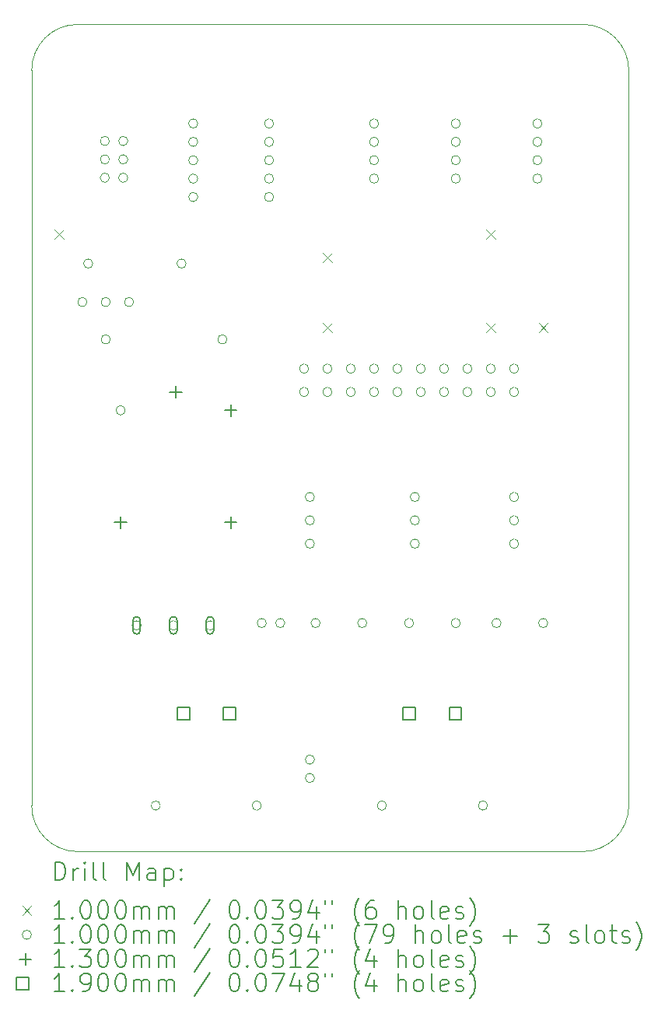
<source format=gbr>
%FSLAX45Y45*%
G04 Gerber Fmt 4.5, Leading zero omitted, Abs format (unit mm)*
G04 Created by KiCad (PCBNEW (6.0.0)) date 2022-03-06 17:11:17*
%MOMM*%
%LPD*%
G01*
G04 APERTURE LIST*
%TA.AperFunction,Profile*%
%ADD10C,0.050000*%
%TD*%
%ADD11C,0.200000*%
%ADD12C,0.100000*%
%ADD13C,0.130000*%
%ADD14C,0.190000*%
G04 APERTURE END LIST*
D10*
X14795200Y-12544800D02*
X9295200Y-12544800D01*
X9295200Y-3544800D02*
G75*
G03*
X8795200Y-4044800I0J-500000D01*
G01*
X15295200Y-4044800D02*
X15295200Y-12044800D01*
X15295200Y-4044800D02*
G75*
G03*
X14795200Y-3544800I-500000J0D01*
G01*
X14795200Y-12544800D02*
G75*
G03*
X15295200Y-12044800I0J500000D01*
G01*
X8795200Y-4044800D02*
X8795200Y-12044800D01*
X8795200Y-12044800D02*
G75*
G03*
X9295200Y-12544800I500000J0D01*
G01*
X9295200Y-3544800D02*
X14795200Y-3544800D01*
D11*
D12*
X9043200Y-5779300D02*
X9143200Y-5879300D01*
X9143200Y-5779300D02*
X9043200Y-5879300D01*
X11964200Y-6033300D02*
X12064200Y-6133300D01*
X12064200Y-6033300D02*
X11964200Y-6133300D01*
X11964200Y-6795300D02*
X12064200Y-6895300D01*
X12064200Y-6795300D02*
X11964200Y-6895300D01*
X13742200Y-5779300D02*
X13842200Y-5879300D01*
X13842200Y-5779300D02*
X13742200Y-5879300D01*
X13742200Y-6795300D02*
X13842200Y-6895300D01*
X13842200Y-6795300D02*
X13742200Y-6895300D01*
X14313700Y-6795300D02*
X14413700Y-6895300D01*
X14413700Y-6795300D02*
X14313700Y-6895300D01*
X9397200Y-6565300D02*
G75*
G03*
X9397200Y-6565300I-50000J0D01*
G01*
X9460700Y-6146800D02*
G75*
G03*
X9460700Y-6146800I-50000J0D01*
G01*
X9641700Y-4813300D02*
G75*
G03*
X9641700Y-4813300I-50000J0D01*
G01*
X9641700Y-5013300D02*
G75*
G03*
X9641700Y-5013300I-50000J0D01*
G01*
X9641700Y-5213300D02*
G75*
G03*
X9641700Y-5213300I-50000J0D01*
G01*
X9651200Y-6565300D02*
G75*
G03*
X9651200Y-6565300I-50000J0D01*
G01*
X9651200Y-6972300D02*
G75*
G03*
X9651200Y-6972300I-50000J0D01*
G01*
X9813200Y-7743800D02*
G75*
G03*
X9813200Y-7743800I-50000J0D01*
G01*
X9841700Y-4813300D02*
G75*
G03*
X9841700Y-4813300I-50000J0D01*
G01*
X9841700Y-5013300D02*
G75*
G03*
X9841700Y-5013300I-50000J0D01*
G01*
X9841700Y-5213300D02*
G75*
G03*
X9841700Y-5213300I-50000J0D01*
G01*
X9905200Y-6565300D02*
G75*
G03*
X9905200Y-6565300I-50000J0D01*
G01*
X9987800Y-10083800D02*
G75*
G03*
X9987800Y-10083800I-50000J0D01*
G01*
D11*
X9897800Y-10028800D02*
X9897800Y-10138800D01*
X9977800Y-10028800D02*
X9977800Y-10138800D01*
X9897800Y-10138800D02*
G75*
G03*
X9977800Y-10138800I40000J0D01*
G01*
X9977800Y-10028800D02*
G75*
G03*
X9897800Y-10028800I-40000J0D01*
G01*
D12*
X10195200Y-12044800D02*
G75*
G03*
X10195200Y-12044800I-50000J0D01*
G01*
X10387800Y-10083800D02*
G75*
G03*
X10387800Y-10083800I-50000J0D01*
G01*
D11*
X10297800Y-10028800D02*
X10297800Y-10138800D01*
X10377800Y-10028800D02*
X10377800Y-10138800D01*
X10297800Y-10138800D02*
G75*
G03*
X10377800Y-10138800I40000J0D01*
G01*
X10377800Y-10028800D02*
G75*
G03*
X10297800Y-10028800I-40000J0D01*
G01*
D12*
X10476700Y-6146800D02*
G75*
G03*
X10476700Y-6146800I-50000J0D01*
G01*
X10603700Y-4622800D02*
G75*
G03*
X10603700Y-4622800I-50000J0D01*
G01*
X10603700Y-4822800D02*
G75*
G03*
X10603700Y-4822800I-50000J0D01*
G01*
X10603700Y-5022800D02*
G75*
G03*
X10603700Y-5022800I-50000J0D01*
G01*
X10603700Y-5222800D02*
G75*
G03*
X10603700Y-5222800I-50000J0D01*
G01*
X10603700Y-5422800D02*
G75*
G03*
X10603700Y-5422800I-50000J0D01*
G01*
X10787800Y-10083800D02*
G75*
G03*
X10787800Y-10083800I-50000J0D01*
G01*
D11*
X10697800Y-10028800D02*
X10697800Y-10138800D01*
X10777800Y-10028800D02*
X10777800Y-10138800D01*
X10697800Y-10138800D02*
G75*
G03*
X10777800Y-10138800I40000J0D01*
G01*
X10777800Y-10028800D02*
G75*
G03*
X10697800Y-10028800I-40000J0D01*
G01*
D12*
X10921200Y-6972300D02*
G75*
G03*
X10921200Y-6972300I-50000J0D01*
G01*
X11295200Y-12044800D02*
G75*
G03*
X11295200Y-12044800I-50000J0D01*
G01*
X11350111Y-10058400D02*
G75*
G03*
X11350111Y-10058400I-50000J0D01*
G01*
X11429200Y-4622800D02*
G75*
G03*
X11429200Y-4622800I-50000J0D01*
G01*
X11429200Y-4822800D02*
G75*
G03*
X11429200Y-4822800I-50000J0D01*
G01*
X11429200Y-5022800D02*
G75*
G03*
X11429200Y-5022800I-50000J0D01*
G01*
X11429200Y-5222800D02*
G75*
G03*
X11429200Y-5222800I-50000J0D01*
G01*
X11429200Y-5422800D02*
G75*
G03*
X11429200Y-5422800I-50000J0D01*
G01*
X11550111Y-10058400D02*
G75*
G03*
X11550111Y-10058400I-50000J0D01*
G01*
X11810200Y-7289800D02*
G75*
G03*
X11810200Y-7289800I-50000J0D01*
G01*
X11810200Y-7543800D02*
G75*
G03*
X11810200Y-7543800I-50000J0D01*
G01*
X11873700Y-8686800D02*
G75*
G03*
X11873700Y-8686800I-50000J0D01*
G01*
X11873700Y-8940800D02*
G75*
G03*
X11873700Y-8940800I-50000J0D01*
G01*
X11873700Y-9194800D02*
G75*
G03*
X11873700Y-9194800I-50000J0D01*
G01*
X11873700Y-11544300D02*
G75*
G03*
X11873700Y-11544300I-50000J0D01*
G01*
X11873700Y-11744300D02*
G75*
G03*
X11873700Y-11744300I-50000J0D01*
G01*
X11936200Y-10058400D02*
G75*
G03*
X11936200Y-10058400I-50000J0D01*
G01*
X12064200Y-7289800D02*
G75*
G03*
X12064200Y-7289800I-50000J0D01*
G01*
X12064200Y-7543800D02*
G75*
G03*
X12064200Y-7543800I-50000J0D01*
G01*
X12318200Y-7289800D02*
G75*
G03*
X12318200Y-7289800I-50000J0D01*
G01*
X12318200Y-7543800D02*
G75*
G03*
X12318200Y-7543800I-50000J0D01*
G01*
X12444200Y-10058400D02*
G75*
G03*
X12444200Y-10058400I-50000J0D01*
G01*
X12572200Y-4622800D02*
G75*
G03*
X12572200Y-4622800I-50000J0D01*
G01*
X12572200Y-4822800D02*
G75*
G03*
X12572200Y-4822800I-50000J0D01*
G01*
X12572200Y-5022800D02*
G75*
G03*
X12572200Y-5022800I-50000J0D01*
G01*
X12572200Y-5222800D02*
G75*
G03*
X12572200Y-5222800I-50000J0D01*
G01*
X12572200Y-7289800D02*
G75*
G03*
X12572200Y-7289800I-50000J0D01*
G01*
X12572200Y-7543800D02*
G75*
G03*
X12572200Y-7543800I-50000J0D01*
G01*
X12657200Y-12044800D02*
G75*
G03*
X12657200Y-12044800I-50000J0D01*
G01*
X12826200Y-7289800D02*
G75*
G03*
X12826200Y-7289800I-50000J0D01*
G01*
X12826200Y-7543800D02*
G75*
G03*
X12826200Y-7543800I-50000J0D01*
G01*
X12953200Y-10058400D02*
G75*
G03*
X12953200Y-10058400I-50000J0D01*
G01*
X13016700Y-8686800D02*
G75*
G03*
X13016700Y-8686800I-50000J0D01*
G01*
X13016700Y-8940800D02*
G75*
G03*
X13016700Y-8940800I-50000J0D01*
G01*
X13016700Y-9194800D02*
G75*
G03*
X13016700Y-9194800I-50000J0D01*
G01*
X13080200Y-7289800D02*
G75*
G03*
X13080200Y-7289800I-50000J0D01*
G01*
X13080200Y-7543800D02*
G75*
G03*
X13080200Y-7543800I-50000J0D01*
G01*
X13334200Y-7289800D02*
G75*
G03*
X13334200Y-7289800I-50000J0D01*
G01*
X13334200Y-7543800D02*
G75*
G03*
X13334200Y-7543800I-50000J0D01*
G01*
X13461200Y-4622800D02*
G75*
G03*
X13461200Y-4622800I-50000J0D01*
G01*
X13461200Y-4822800D02*
G75*
G03*
X13461200Y-4822800I-50000J0D01*
G01*
X13461200Y-5022800D02*
G75*
G03*
X13461200Y-5022800I-50000J0D01*
G01*
X13461200Y-5222800D02*
G75*
G03*
X13461200Y-5222800I-50000J0D01*
G01*
X13461200Y-10058400D02*
G75*
G03*
X13461200Y-10058400I-50000J0D01*
G01*
X13588200Y-7289800D02*
G75*
G03*
X13588200Y-7289800I-50000J0D01*
G01*
X13588200Y-7543800D02*
G75*
G03*
X13588200Y-7543800I-50000J0D01*
G01*
X13757200Y-12044800D02*
G75*
G03*
X13757200Y-12044800I-50000J0D01*
G01*
X13842200Y-7289800D02*
G75*
G03*
X13842200Y-7289800I-50000J0D01*
G01*
X13842200Y-7543800D02*
G75*
G03*
X13842200Y-7543800I-50000J0D01*
G01*
X13904700Y-10058400D02*
G75*
G03*
X13904700Y-10058400I-50000J0D01*
G01*
X14096200Y-7289800D02*
G75*
G03*
X14096200Y-7289800I-50000J0D01*
G01*
X14096200Y-7543800D02*
G75*
G03*
X14096200Y-7543800I-50000J0D01*
G01*
X14096200Y-8686800D02*
G75*
G03*
X14096200Y-8686800I-50000J0D01*
G01*
X14096200Y-8940800D02*
G75*
G03*
X14096200Y-8940800I-50000J0D01*
G01*
X14096200Y-9194800D02*
G75*
G03*
X14096200Y-9194800I-50000J0D01*
G01*
X14350200Y-4622800D02*
G75*
G03*
X14350200Y-4622800I-50000J0D01*
G01*
X14350200Y-4822800D02*
G75*
G03*
X14350200Y-4822800I-50000J0D01*
G01*
X14350200Y-5022800D02*
G75*
G03*
X14350200Y-5022800I-50000J0D01*
G01*
X14350200Y-5222800D02*
G75*
G03*
X14350200Y-5222800I-50000J0D01*
G01*
X14412700Y-10058400D02*
G75*
G03*
X14412700Y-10058400I-50000J0D01*
G01*
D13*
X9763200Y-8898800D02*
X9763200Y-9028800D01*
X9698200Y-8963800D02*
X9828200Y-8963800D01*
X10363200Y-7478800D02*
X10363200Y-7608800D01*
X10298200Y-7543800D02*
X10428200Y-7543800D01*
X10963200Y-7678800D02*
X10963200Y-7808800D01*
X10898200Y-7743800D02*
X11028200Y-7743800D01*
X10963200Y-8898800D02*
X10963200Y-9028800D01*
X10898200Y-8963800D02*
X11028200Y-8963800D01*
D14*
X10512376Y-11111976D02*
X10512376Y-10977624D01*
X10378024Y-10977624D01*
X10378024Y-11111976D01*
X10512376Y-11111976D01*
X11012376Y-11111976D02*
X11012376Y-10977624D01*
X10878024Y-10977624D01*
X10878024Y-11111976D01*
X11012376Y-11111976D01*
X12974376Y-11111976D02*
X12974376Y-10977624D01*
X12840024Y-10977624D01*
X12840024Y-11111976D01*
X12974376Y-11111976D01*
X13474376Y-11111976D02*
X13474376Y-10977624D01*
X13340024Y-10977624D01*
X13340024Y-11111976D01*
X13474376Y-11111976D01*
D11*
X9050319Y-12857776D02*
X9050319Y-12657776D01*
X9097938Y-12657776D01*
X9126510Y-12667300D01*
X9145557Y-12686348D01*
X9155081Y-12705395D01*
X9164605Y-12743490D01*
X9164605Y-12772062D01*
X9155081Y-12810157D01*
X9145557Y-12829205D01*
X9126510Y-12848252D01*
X9097938Y-12857776D01*
X9050319Y-12857776D01*
X9250319Y-12857776D02*
X9250319Y-12724443D01*
X9250319Y-12762538D02*
X9259843Y-12743490D01*
X9269367Y-12733967D01*
X9288414Y-12724443D01*
X9307462Y-12724443D01*
X9374129Y-12857776D02*
X9374129Y-12724443D01*
X9374129Y-12657776D02*
X9364605Y-12667300D01*
X9374129Y-12676824D01*
X9383652Y-12667300D01*
X9374129Y-12657776D01*
X9374129Y-12676824D01*
X9497938Y-12857776D02*
X9478890Y-12848252D01*
X9469367Y-12829205D01*
X9469367Y-12657776D01*
X9602700Y-12857776D02*
X9583652Y-12848252D01*
X9574129Y-12829205D01*
X9574129Y-12657776D01*
X9831271Y-12857776D02*
X9831271Y-12657776D01*
X9897938Y-12800633D01*
X9964605Y-12657776D01*
X9964605Y-12857776D01*
X10145557Y-12857776D02*
X10145557Y-12753014D01*
X10136033Y-12733967D01*
X10116986Y-12724443D01*
X10078890Y-12724443D01*
X10059843Y-12733967D01*
X10145557Y-12848252D02*
X10126510Y-12857776D01*
X10078890Y-12857776D01*
X10059843Y-12848252D01*
X10050319Y-12829205D01*
X10050319Y-12810157D01*
X10059843Y-12791109D01*
X10078890Y-12781586D01*
X10126510Y-12781586D01*
X10145557Y-12772062D01*
X10240795Y-12724443D02*
X10240795Y-12924443D01*
X10240795Y-12733967D02*
X10259843Y-12724443D01*
X10297938Y-12724443D01*
X10316986Y-12733967D01*
X10326510Y-12743490D01*
X10336033Y-12762538D01*
X10336033Y-12819681D01*
X10326510Y-12838728D01*
X10316986Y-12848252D01*
X10297938Y-12857776D01*
X10259843Y-12857776D01*
X10240795Y-12848252D01*
X10421748Y-12838728D02*
X10431271Y-12848252D01*
X10421748Y-12857776D01*
X10412224Y-12848252D01*
X10421748Y-12838728D01*
X10421748Y-12857776D01*
X10421748Y-12733967D02*
X10431271Y-12743490D01*
X10421748Y-12753014D01*
X10412224Y-12743490D01*
X10421748Y-12733967D01*
X10421748Y-12753014D01*
D12*
X8692700Y-13137300D02*
X8792700Y-13237300D01*
X8792700Y-13137300D02*
X8692700Y-13237300D01*
D11*
X9155081Y-13277776D02*
X9040795Y-13277776D01*
X9097938Y-13277776D02*
X9097938Y-13077776D01*
X9078890Y-13106348D01*
X9059843Y-13125395D01*
X9040795Y-13134919D01*
X9240795Y-13258728D02*
X9250319Y-13268252D01*
X9240795Y-13277776D01*
X9231271Y-13268252D01*
X9240795Y-13258728D01*
X9240795Y-13277776D01*
X9374129Y-13077776D02*
X9393176Y-13077776D01*
X9412224Y-13087300D01*
X9421748Y-13096824D01*
X9431271Y-13115871D01*
X9440795Y-13153967D01*
X9440795Y-13201586D01*
X9431271Y-13239681D01*
X9421748Y-13258728D01*
X9412224Y-13268252D01*
X9393176Y-13277776D01*
X9374129Y-13277776D01*
X9355081Y-13268252D01*
X9345557Y-13258728D01*
X9336033Y-13239681D01*
X9326510Y-13201586D01*
X9326510Y-13153967D01*
X9336033Y-13115871D01*
X9345557Y-13096824D01*
X9355081Y-13087300D01*
X9374129Y-13077776D01*
X9564605Y-13077776D02*
X9583652Y-13077776D01*
X9602700Y-13087300D01*
X9612224Y-13096824D01*
X9621748Y-13115871D01*
X9631271Y-13153967D01*
X9631271Y-13201586D01*
X9621748Y-13239681D01*
X9612224Y-13258728D01*
X9602700Y-13268252D01*
X9583652Y-13277776D01*
X9564605Y-13277776D01*
X9545557Y-13268252D01*
X9536033Y-13258728D01*
X9526510Y-13239681D01*
X9516986Y-13201586D01*
X9516986Y-13153967D01*
X9526510Y-13115871D01*
X9536033Y-13096824D01*
X9545557Y-13087300D01*
X9564605Y-13077776D01*
X9755081Y-13077776D02*
X9774129Y-13077776D01*
X9793176Y-13087300D01*
X9802700Y-13096824D01*
X9812224Y-13115871D01*
X9821748Y-13153967D01*
X9821748Y-13201586D01*
X9812224Y-13239681D01*
X9802700Y-13258728D01*
X9793176Y-13268252D01*
X9774129Y-13277776D01*
X9755081Y-13277776D01*
X9736033Y-13268252D01*
X9726510Y-13258728D01*
X9716986Y-13239681D01*
X9707462Y-13201586D01*
X9707462Y-13153967D01*
X9716986Y-13115871D01*
X9726510Y-13096824D01*
X9736033Y-13087300D01*
X9755081Y-13077776D01*
X9907462Y-13277776D02*
X9907462Y-13144443D01*
X9907462Y-13163490D02*
X9916986Y-13153967D01*
X9936033Y-13144443D01*
X9964605Y-13144443D01*
X9983652Y-13153967D01*
X9993176Y-13173014D01*
X9993176Y-13277776D01*
X9993176Y-13173014D02*
X10002700Y-13153967D01*
X10021748Y-13144443D01*
X10050319Y-13144443D01*
X10069367Y-13153967D01*
X10078890Y-13173014D01*
X10078890Y-13277776D01*
X10174129Y-13277776D02*
X10174129Y-13144443D01*
X10174129Y-13163490D02*
X10183652Y-13153967D01*
X10202700Y-13144443D01*
X10231271Y-13144443D01*
X10250319Y-13153967D01*
X10259843Y-13173014D01*
X10259843Y-13277776D01*
X10259843Y-13173014D02*
X10269367Y-13153967D01*
X10288414Y-13144443D01*
X10316986Y-13144443D01*
X10336033Y-13153967D01*
X10345557Y-13173014D01*
X10345557Y-13277776D01*
X10736033Y-13068252D02*
X10564605Y-13325395D01*
X10993176Y-13077776D02*
X11012224Y-13077776D01*
X11031271Y-13087300D01*
X11040795Y-13096824D01*
X11050319Y-13115871D01*
X11059843Y-13153967D01*
X11059843Y-13201586D01*
X11050319Y-13239681D01*
X11040795Y-13258728D01*
X11031271Y-13268252D01*
X11012224Y-13277776D01*
X10993176Y-13277776D01*
X10974129Y-13268252D01*
X10964605Y-13258728D01*
X10955081Y-13239681D01*
X10945557Y-13201586D01*
X10945557Y-13153967D01*
X10955081Y-13115871D01*
X10964605Y-13096824D01*
X10974129Y-13087300D01*
X10993176Y-13077776D01*
X11145557Y-13258728D02*
X11155081Y-13268252D01*
X11145557Y-13277776D01*
X11136033Y-13268252D01*
X11145557Y-13258728D01*
X11145557Y-13277776D01*
X11278890Y-13077776D02*
X11297938Y-13077776D01*
X11316986Y-13087300D01*
X11326509Y-13096824D01*
X11336033Y-13115871D01*
X11345557Y-13153967D01*
X11345557Y-13201586D01*
X11336033Y-13239681D01*
X11326509Y-13258728D01*
X11316986Y-13268252D01*
X11297938Y-13277776D01*
X11278890Y-13277776D01*
X11259843Y-13268252D01*
X11250319Y-13258728D01*
X11240795Y-13239681D01*
X11231271Y-13201586D01*
X11231271Y-13153967D01*
X11240795Y-13115871D01*
X11250319Y-13096824D01*
X11259843Y-13087300D01*
X11278890Y-13077776D01*
X11412224Y-13077776D02*
X11536033Y-13077776D01*
X11469367Y-13153967D01*
X11497938Y-13153967D01*
X11516986Y-13163490D01*
X11526509Y-13173014D01*
X11536033Y-13192062D01*
X11536033Y-13239681D01*
X11526509Y-13258728D01*
X11516986Y-13268252D01*
X11497938Y-13277776D01*
X11440795Y-13277776D01*
X11421748Y-13268252D01*
X11412224Y-13258728D01*
X11631271Y-13277776D02*
X11669367Y-13277776D01*
X11688414Y-13268252D01*
X11697938Y-13258728D01*
X11716986Y-13230157D01*
X11726509Y-13192062D01*
X11726509Y-13115871D01*
X11716986Y-13096824D01*
X11707462Y-13087300D01*
X11688414Y-13077776D01*
X11650319Y-13077776D01*
X11631271Y-13087300D01*
X11621748Y-13096824D01*
X11612224Y-13115871D01*
X11612224Y-13163490D01*
X11621748Y-13182538D01*
X11631271Y-13192062D01*
X11650319Y-13201586D01*
X11688414Y-13201586D01*
X11707462Y-13192062D01*
X11716986Y-13182538D01*
X11726509Y-13163490D01*
X11897938Y-13144443D02*
X11897938Y-13277776D01*
X11850319Y-13068252D02*
X11802700Y-13211109D01*
X11926509Y-13211109D01*
X11993176Y-13077776D02*
X11993176Y-13115871D01*
X12069367Y-13077776D02*
X12069367Y-13115871D01*
X12364605Y-13353967D02*
X12355081Y-13344443D01*
X12336033Y-13315871D01*
X12326509Y-13296824D01*
X12316986Y-13268252D01*
X12307462Y-13220633D01*
X12307462Y-13182538D01*
X12316986Y-13134919D01*
X12326509Y-13106348D01*
X12336033Y-13087300D01*
X12355081Y-13058728D01*
X12364605Y-13049205D01*
X12526509Y-13077776D02*
X12488414Y-13077776D01*
X12469367Y-13087300D01*
X12459843Y-13096824D01*
X12440795Y-13125395D01*
X12431271Y-13163490D01*
X12431271Y-13239681D01*
X12440795Y-13258728D01*
X12450319Y-13268252D01*
X12469367Y-13277776D01*
X12507462Y-13277776D01*
X12526509Y-13268252D01*
X12536033Y-13258728D01*
X12545557Y-13239681D01*
X12545557Y-13192062D01*
X12536033Y-13173014D01*
X12526509Y-13163490D01*
X12507462Y-13153967D01*
X12469367Y-13153967D01*
X12450319Y-13163490D01*
X12440795Y-13173014D01*
X12431271Y-13192062D01*
X12783652Y-13277776D02*
X12783652Y-13077776D01*
X12869367Y-13277776D02*
X12869367Y-13173014D01*
X12859843Y-13153967D01*
X12840795Y-13144443D01*
X12812224Y-13144443D01*
X12793176Y-13153967D01*
X12783652Y-13163490D01*
X12993176Y-13277776D02*
X12974128Y-13268252D01*
X12964605Y-13258728D01*
X12955081Y-13239681D01*
X12955081Y-13182538D01*
X12964605Y-13163490D01*
X12974128Y-13153967D01*
X12993176Y-13144443D01*
X13021748Y-13144443D01*
X13040795Y-13153967D01*
X13050319Y-13163490D01*
X13059843Y-13182538D01*
X13059843Y-13239681D01*
X13050319Y-13258728D01*
X13040795Y-13268252D01*
X13021748Y-13277776D01*
X12993176Y-13277776D01*
X13174128Y-13277776D02*
X13155081Y-13268252D01*
X13145557Y-13249205D01*
X13145557Y-13077776D01*
X13326509Y-13268252D02*
X13307462Y-13277776D01*
X13269367Y-13277776D01*
X13250319Y-13268252D01*
X13240795Y-13249205D01*
X13240795Y-13173014D01*
X13250319Y-13153967D01*
X13269367Y-13144443D01*
X13307462Y-13144443D01*
X13326509Y-13153967D01*
X13336033Y-13173014D01*
X13336033Y-13192062D01*
X13240795Y-13211109D01*
X13412224Y-13268252D02*
X13431271Y-13277776D01*
X13469367Y-13277776D01*
X13488414Y-13268252D01*
X13497938Y-13249205D01*
X13497938Y-13239681D01*
X13488414Y-13220633D01*
X13469367Y-13211109D01*
X13440795Y-13211109D01*
X13421748Y-13201586D01*
X13412224Y-13182538D01*
X13412224Y-13173014D01*
X13421748Y-13153967D01*
X13440795Y-13144443D01*
X13469367Y-13144443D01*
X13488414Y-13153967D01*
X13564605Y-13353967D02*
X13574128Y-13344443D01*
X13593176Y-13315871D01*
X13602700Y-13296824D01*
X13612224Y-13268252D01*
X13621748Y-13220633D01*
X13621748Y-13182538D01*
X13612224Y-13134919D01*
X13602700Y-13106348D01*
X13593176Y-13087300D01*
X13574128Y-13058728D01*
X13564605Y-13049205D01*
D12*
X8792700Y-13451300D02*
G75*
G03*
X8792700Y-13451300I-50000J0D01*
G01*
D11*
X9155081Y-13541776D02*
X9040795Y-13541776D01*
X9097938Y-13541776D02*
X9097938Y-13341776D01*
X9078890Y-13370348D01*
X9059843Y-13389395D01*
X9040795Y-13398919D01*
X9240795Y-13522728D02*
X9250319Y-13532252D01*
X9240795Y-13541776D01*
X9231271Y-13532252D01*
X9240795Y-13522728D01*
X9240795Y-13541776D01*
X9374129Y-13341776D02*
X9393176Y-13341776D01*
X9412224Y-13351300D01*
X9421748Y-13360824D01*
X9431271Y-13379871D01*
X9440795Y-13417967D01*
X9440795Y-13465586D01*
X9431271Y-13503681D01*
X9421748Y-13522728D01*
X9412224Y-13532252D01*
X9393176Y-13541776D01*
X9374129Y-13541776D01*
X9355081Y-13532252D01*
X9345557Y-13522728D01*
X9336033Y-13503681D01*
X9326510Y-13465586D01*
X9326510Y-13417967D01*
X9336033Y-13379871D01*
X9345557Y-13360824D01*
X9355081Y-13351300D01*
X9374129Y-13341776D01*
X9564605Y-13341776D02*
X9583652Y-13341776D01*
X9602700Y-13351300D01*
X9612224Y-13360824D01*
X9621748Y-13379871D01*
X9631271Y-13417967D01*
X9631271Y-13465586D01*
X9621748Y-13503681D01*
X9612224Y-13522728D01*
X9602700Y-13532252D01*
X9583652Y-13541776D01*
X9564605Y-13541776D01*
X9545557Y-13532252D01*
X9536033Y-13522728D01*
X9526510Y-13503681D01*
X9516986Y-13465586D01*
X9516986Y-13417967D01*
X9526510Y-13379871D01*
X9536033Y-13360824D01*
X9545557Y-13351300D01*
X9564605Y-13341776D01*
X9755081Y-13341776D02*
X9774129Y-13341776D01*
X9793176Y-13351300D01*
X9802700Y-13360824D01*
X9812224Y-13379871D01*
X9821748Y-13417967D01*
X9821748Y-13465586D01*
X9812224Y-13503681D01*
X9802700Y-13522728D01*
X9793176Y-13532252D01*
X9774129Y-13541776D01*
X9755081Y-13541776D01*
X9736033Y-13532252D01*
X9726510Y-13522728D01*
X9716986Y-13503681D01*
X9707462Y-13465586D01*
X9707462Y-13417967D01*
X9716986Y-13379871D01*
X9726510Y-13360824D01*
X9736033Y-13351300D01*
X9755081Y-13341776D01*
X9907462Y-13541776D02*
X9907462Y-13408443D01*
X9907462Y-13427490D02*
X9916986Y-13417967D01*
X9936033Y-13408443D01*
X9964605Y-13408443D01*
X9983652Y-13417967D01*
X9993176Y-13437014D01*
X9993176Y-13541776D01*
X9993176Y-13437014D02*
X10002700Y-13417967D01*
X10021748Y-13408443D01*
X10050319Y-13408443D01*
X10069367Y-13417967D01*
X10078890Y-13437014D01*
X10078890Y-13541776D01*
X10174129Y-13541776D02*
X10174129Y-13408443D01*
X10174129Y-13427490D02*
X10183652Y-13417967D01*
X10202700Y-13408443D01*
X10231271Y-13408443D01*
X10250319Y-13417967D01*
X10259843Y-13437014D01*
X10259843Y-13541776D01*
X10259843Y-13437014D02*
X10269367Y-13417967D01*
X10288414Y-13408443D01*
X10316986Y-13408443D01*
X10336033Y-13417967D01*
X10345557Y-13437014D01*
X10345557Y-13541776D01*
X10736033Y-13332252D02*
X10564605Y-13589395D01*
X10993176Y-13341776D02*
X11012224Y-13341776D01*
X11031271Y-13351300D01*
X11040795Y-13360824D01*
X11050319Y-13379871D01*
X11059843Y-13417967D01*
X11059843Y-13465586D01*
X11050319Y-13503681D01*
X11040795Y-13522728D01*
X11031271Y-13532252D01*
X11012224Y-13541776D01*
X10993176Y-13541776D01*
X10974129Y-13532252D01*
X10964605Y-13522728D01*
X10955081Y-13503681D01*
X10945557Y-13465586D01*
X10945557Y-13417967D01*
X10955081Y-13379871D01*
X10964605Y-13360824D01*
X10974129Y-13351300D01*
X10993176Y-13341776D01*
X11145557Y-13522728D02*
X11155081Y-13532252D01*
X11145557Y-13541776D01*
X11136033Y-13532252D01*
X11145557Y-13522728D01*
X11145557Y-13541776D01*
X11278890Y-13341776D02*
X11297938Y-13341776D01*
X11316986Y-13351300D01*
X11326509Y-13360824D01*
X11336033Y-13379871D01*
X11345557Y-13417967D01*
X11345557Y-13465586D01*
X11336033Y-13503681D01*
X11326509Y-13522728D01*
X11316986Y-13532252D01*
X11297938Y-13541776D01*
X11278890Y-13541776D01*
X11259843Y-13532252D01*
X11250319Y-13522728D01*
X11240795Y-13503681D01*
X11231271Y-13465586D01*
X11231271Y-13417967D01*
X11240795Y-13379871D01*
X11250319Y-13360824D01*
X11259843Y-13351300D01*
X11278890Y-13341776D01*
X11412224Y-13341776D02*
X11536033Y-13341776D01*
X11469367Y-13417967D01*
X11497938Y-13417967D01*
X11516986Y-13427490D01*
X11526509Y-13437014D01*
X11536033Y-13456062D01*
X11536033Y-13503681D01*
X11526509Y-13522728D01*
X11516986Y-13532252D01*
X11497938Y-13541776D01*
X11440795Y-13541776D01*
X11421748Y-13532252D01*
X11412224Y-13522728D01*
X11631271Y-13541776D02*
X11669367Y-13541776D01*
X11688414Y-13532252D01*
X11697938Y-13522728D01*
X11716986Y-13494157D01*
X11726509Y-13456062D01*
X11726509Y-13379871D01*
X11716986Y-13360824D01*
X11707462Y-13351300D01*
X11688414Y-13341776D01*
X11650319Y-13341776D01*
X11631271Y-13351300D01*
X11621748Y-13360824D01*
X11612224Y-13379871D01*
X11612224Y-13427490D01*
X11621748Y-13446538D01*
X11631271Y-13456062D01*
X11650319Y-13465586D01*
X11688414Y-13465586D01*
X11707462Y-13456062D01*
X11716986Y-13446538D01*
X11726509Y-13427490D01*
X11897938Y-13408443D02*
X11897938Y-13541776D01*
X11850319Y-13332252D02*
X11802700Y-13475109D01*
X11926509Y-13475109D01*
X11993176Y-13341776D02*
X11993176Y-13379871D01*
X12069367Y-13341776D02*
X12069367Y-13379871D01*
X12364605Y-13617967D02*
X12355081Y-13608443D01*
X12336033Y-13579871D01*
X12326509Y-13560824D01*
X12316986Y-13532252D01*
X12307462Y-13484633D01*
X12307462Y-13446538D01*
X12316986Y-13398919D01*
X12326509Y-13370348D01*
X12336033Y-13351300D01*
X12355081Y-13322728D01*
X12364605Y-13313205D01*
X12421748Y-13341776D02*
X12555081Y-13341776D01*
X12469367Y-13541776D01*
X12640795Y-13541776D02*
X12678890Y-13541776D01*
X12697938Y-13532252D01*
X12707462Y-13522728D01*
X12726509Y-13494157D01*
X12736033Y-13456062D01*
X12736033Y-13379871D01*
X12726509Y-13360824D01*
X12716986Y-13351300D01*
X12697938Y-13341776D01*
X12659843Y-13341776D01*
X12640795Y-13351300D01*
X12631271Y-13360824D01*
X12621748Y-13379871D01*
X12621748Y-13427490D01*
X12631271Y-13446538D01*
X12640795Y-13456062D01*
X12659843Y-13465586D01*
X12697938Y-13465586D01*
X12716986Y-13456062D01*
X12726509Y-13446538D01*
X12736033Y-13427490D01*
X12974128Y-13541776D02*
X12974128Y-13341776D01*
X13059843Y-13541776D02*
X13059843Y-13437014D01*
X13050319Y-13417967D01*
X13031271Y-13408443D01*
X13002700Y-13408443D01*
X12983652Y-13417967D01*
X12974128Y-13427490D01*
X13183652Y-13541776D02*
X13164605Y-13532252D01*
X13155081Y-13522728D01*
X13145557Y-13503681D01*
X13145557Y-13446538D01*
X13155081Y-13427490D01*
X13164605Y-13417967D01*
X13183652Y-13408443D01*
X13212224Y-13408443D01*
X13231271Y-13417967D01*
X13240795Y-13427490D01*
X13250319Y-13446538D01*
X13250319Y-13503681D01*
X13240795Y-13522728D01*
X13231271Y-13532252D01*
X13212224Y-13541776D01*
X13183652Y-13541776D01*
X13364605Y-13541776D02*
X13345557Y-13532252D01*
X13336033Y-13513205D01*
X13336033Y-13341776D01*
X13516986Y-13532252D02*
X13497938Y-13541776D01*
X13459843Y-13541776D01*
X13440795Y-13532252D01*
X13431271Y-13513205D01*
X13431271Y-13437014D01*
X13440795Y-13417967D01*
X13459843Y-13408443D01*
X13497938Y-13408443D01*
X13516986Y-13417967D01*
X13526509Y-13437014D01*
X13526509Y-13456062D01*
X13431271Y-13475109D01*
X13602700Y-13532252D02*
X13621748Y-13541776D01*
X13659843Y-13541776D01*
X13678890Y-13532252D01*
X13688414Y-13513205D01*
X13688414Y-13503681D01*
X13678890Y-13484633D01*
X13659843Y-13475109D01*
X13631271Y-13475109D01*
X13612224Y-13465586D01*
X13602700Y-13446538D01*
X13602700Y-13437014D01*
X13612224Y-13417967D01*
X13631271Y-13408443D01*
X13659843Y-13408443D01*
X13678890Y-13417967D01*
X13926509Y-13465586D02*
X14078890Y-13465586D01*
X14002700Y-13541776D02*
X14002700Y-13389395D01*
X14307462Y-13341776D02*
X14431271Y-13341776D01*
X14364605Y-13417967D01*
X14393176Y-13417967D01*
X14412224Y-13427490D01*
X14421748Y-13437014D01*
X14431271Y-13456062D01*
X14431271Y-13503681D01*
X14421748Y-13522728D01*
X14412224Y-13532252D01*
X14393176Y-13541776D01*
X14336033Y-13541776D01*
X14316986Y-13532252D01*
X14307462Y-13522728D01*
X14659843Y-13532252D02*
X14678890Y-13541776D01*
X14716986Y-13541776D01*
X14736033Y-13532252D01*
X14745557Y-13513205D01*
X14745557Y-13503681D01*
X14736033Y-13484633D01*
X14716986Y-13475109D01*
X14688414Y-13475109D01*
X14669367Y-13465586D01*
X14659843Y-13446538D01*
X14659843Y-13437014D01*
X14669367Y-13417967D01*
X14688414Y-13408443D01*
X14716986Y-13408443D01*
X14736033Y-13417967D01*
X14859843Y-13541776D02*
X14840795Y-13532252D01*
X14831271Y-13513205D01*
X14831271Y-13341776D01*
X14964605Y-13541776D02*
X14945557Y-13532252D01*
X14936033Y-13522728D01*
X14926509Y-13503681D01*
X14926509Y-13446538D01*
X14936033Y-13427490D01*
X14945557Y-13417967D01*
X14964605Y-13408443D01*
X14993176Y-13408443D01*
X15012224Y-13417967D01*
X15021748Y-13427490D01*
X15031271Y-13446538D01*
X15031271Y-13503681D01*
X15021748Y-13522728D01*
X15012224Y-13532252D01*
X14993176Y-13541776D01*
X14964605Y-13541776D01*
X15088414Y-13408443D02*
X15164605Y-13408443D01*
X15116986Y-13341776D02*
X15116986Y-13513205D01*
X15126509Y-13532252D01*
X15145557Y-13541776D01*
X15164605Y-13541776D01*
X15221748Y-13532252D02*
X15240795Y-13541776D01*
X15278890Y-13541776D01*
X15297938Y-13532252D01*
X15307462Y-13513205D01*
X15307462Y-13503681D01*
X15297938Y-13484633D01*
X15278890Y-13475109D01*
X15250319Y-13475109D01*
X15231271Y-13465586D01*
X15221748Y-13446538D01*
X15221748Y-13437014D01*
X15231271Y-13417967D01*
X15250319Y-13408443D01*
X15278890Y-13408443D01*
X15297938Y-13417967D01*
X15374128Y-13617967D02*
X15383652Y-13608443D01*
X15402700Y-13579871D01*
X15412224Y-13560824D01*
X15421748Y-13532252D01*
X15431271Y-13484633D01*
X15431271Y-13446538D01*
X15421748Y-13398919D01*
X15412224Y-13370348D01*
X15402700Y-13351300D01*
X15383652Y-13322728D01*
X15374128Y-13313205D01*
D13*
X8727700Y-13650300D02*
X8727700Y-13780300D01*
X8662700Y-13715300D02*
X8792700Y-13715300D01*
D11*
X9155081Y-13805776D02*
X9040795Y-13805776D01*
X9097938Y-13805776D02*
X9097938Y-13605776D01*
X9078890Y-13634348D01*
X9059843Y-13653395D01*
X9040795Y-13662919D01*
X9240795Y-13786728D02*
X9250319Y-13796252D01*
X9240795Y-13805776D01*
X9231271Y-13796252D01*
X9240795Y-13786728D01*
X9240795Y-13805776D01*
X9316986Y-13605776D02*
X9440795Y-13605776D01*
X9374129Y-13681967D01*
X9402700Y-13681967D01*
X9421748Y-13691490D01*
X9431271Y-13701014D01*
X9440795Y-13720062D01*
X9440795Y-13767681D01*
X9431271Y-13786728D01*
X9421748Y-13796252D01*
X9402700Y-13805776D01*
X9345557Y-13805776D01*
X9326510Y-13796252D01*
X9316986Y-13786728D01*
X9564605Y-13605776D02*
X9583652Y-13605776D01*
X9602700Y-13615300D01*
X9612224Y-13624824D01*
X9621748Y-13643871D01*
X9631271Y-13681967D01*
X9631271Y-13729586D01*
X9621748Y-13767681D01*
X9612224Y-13786728D01*
X9602700Y-13796252D01*
X9583652Y-13805776D01*
X9564605Y-13805776D01*
X9545557Y-13796252D01*
X9536033Y-13786728D01*
X9526510Y-13767681D01*
X9516986Y-13729586D01*
X9516986Y-13681967D01*
X9526510Y-13643871D01*
X9536033Y-13624824D01*
X9545557Y-13615300D01*
X9564605Y-13605776D01*
X9755081Y-13605776D02*
X9774129Y-13605776D01*
X9793176Y-13615300D01*
X9802700Y-13624824D01*
X9812224Y-13643871D01*
X9821748Y-13681967D01*
X9821748Y-13729586D01*
X9812224Y-13767681D01*
X9802700Y-13786728D01*
X9793176Y-13796252D01*
X9774129Y-13805776D01*
X9755081Y-13805776D01*
X9736033Y-13796252D01*
X9726510Y-13786728D01*
X9716986Y-13767681D01*
X9707462Y-13729586D01*
X9707462Y-13681967D01*
X9716986Y-13643871D01*
X9726510Y-13624824D01*
X9736033Y-13615300D01*
X9755081Y-13605776D01*
X9907462Y-13805776D02*
X9907462Y-13672443D01*
X9907462Y-13691490D02*
X9916986Y-13681967D01*
X9936033Y-13672443D01*
X9964605Y-13672443D01*
X9983652Y-13681967D01*
X9993176Y-13701014D01*
X9993176Y-13805776D01*
X9993176Y-13701014D02*
X10002700Y-13681967D01*
X10021748Y-13672443D01*
X10050319Y-13672443D01*
X10069367Y-13681967D01*
X10078890Y-13701014D01*
X10078890Y-13805776D01*
X10174129Y-13805776D02*
X10174129Y-13672443D01*
X10174129Y-13691490D02*
X10183652Y-13681967D01*
X10202700Y-13672443D01*
X10231271Y-13672443D01*
X10250319Y-13681967D01*
X10259843Y-13701014D01*
X10259843Y-13805776D01*
X10259843Y-13701014D02*
X10269367Y-13681967D01*
X10288414Y-13672443D01*
X10316986Y-13672443D01*
X10336033Y-13681967D01*
X10345557Y-13701014D01*
X10345557Y-13805776D01*
X10736033Y-13596252D02*
X10564605Y-13853395D01*
X10993176Y-13605776D02*
X11012224Y-13605776D01*
X11031271Y-13615300D01*
X11040795Y-13624824D01*
X11050319Y-13643871D01*
X11059843Y-13681967D01*
X11059843Y-13729586D01*
X11050319Y-13767681D01*
X11040795Y-13786728D01*
X11031271Y-13796252D01*
X11012224Y-13805776D01*
X10993176Y-13805776D01*
X10974129Y-13796252D01*
X10964605Y-13786728D01*
X10955081Y-13767681D01*
X10945557Y-13729586D01*
X10945557Y-13681967D01*
X10955081Y-13643871D01*
X10964605Y-13624824D01*
X10974129Y-13615300D01*
X10993176Y-13605776D01*
X11145557Y-13786728D02*
X11155081Y-13796252D01*
X11145557Y-13805776D01*
X11136033Y-13796252D01*
X11145557Y-13786728D01*
X11145557Y-13805776D01*
X11278890Y-13605776D02*
X11297938Y-13605776D01*
X11316986Y-13615300D01*
X11326509Y-13624824D01*
X11336033Y-13643871D01*
X11345557Y-13681967D01*
X11345557Y-13729586D01*
X11336033Y-13767681D01*
X11326509Y-13786728D01*
X11316986Y-13796252D01*
X11297938Y-13805776D01*
X11278890Y-13805776D01*
X11259843Y-13796252D01*
X11250319Y-13786728D01*
X11240795Y-13767681D01*
X11231271Y-13729586D01*
X11231271Y-13681967D01*
X11240795Y-13643871D01*
X11250319Y-13624824D01*
X11259843Y-13615300D01*
X11278890Y-13605776D01*
X11526509Y-13605776D02*
X11431271Y-13605776D01*
X11421748Y-13701014D01*
X11431271Y-13691490D01*
X11450319Y-13681967D01*
X11497938Y-13681967D01*
X11516986Y-13691490D01*
X11526509Y-13701014D01*
X11536033Y-13720062D01*
X11536033Y-13767681D01*
X11526509Y-13786728D01*
X11516986Y-13796252D01*
X11497938Y-13805776D01*
X11450319Y-13805776D01*
X11431271Y-13796252D01*
X11421748Y-13786728D01*
X11726509Y-13805776D02*
X11612224Y-13805776D01*
X11669367Y-13805776D02*
X11669367Y-13605776D01*
X11650319Y-13634348D01*
X11631271Y-13653395D01*
X11612224Y-13662919D01*
X11802700Y-13624824D02*
X11812224Y-13615300D01*
X11831271Y-13605776D01*
X11878890Y-13605776D01*
X11897938Y-13615300D01*
X11907462Y-13624824D01*
X11916986Y-13643871D01*
X11916986Y-13662919D01*
X11907462Y-13691490D01*
X11793176Y-13805776D01*
X11916986Y-13805776D01*
X11993176Y-13605776D02*
X11993176Y-13643871D01*
X12069367Y-13605776D02*
X12069367Y-13643871D01*
X12364605Y-13881967D02*
X12355081Y-13872443D01*
X12336033Y-13843871D01*
X12326509Y-13824824D01*
X12316986Y-13796252D01*
X12307462Y-13748633D01*
X12307462Y-13710538D01*
X12316986Y-13662919D01*
X12326509Y-13634348D01*
X12336033Y-13615300D01*
X12355081Y-13586728D01*
X12364605Y-13577205D01*
X12526509Y-13672443D02*
X12526509Y-13805776D01*
X12478890Y-13596252D02*
X12431271Y-13739109D01*
X12555081Y-13739109D01*
X12783652Y-13805776D02*
X12783652Y-13605776D01*
X12869367Y-13805776D02*
X12869367Y-13701014D01*
X12859843Y-13681967D01*
X12840795Y-13672443D01*
X12812224Y-13672443D01*
X12793176Y-13681967D01*
X12783652Y-13691490D01*
X12993176Y-13805776D02*
X12974128Y-13796252D01*
X12964605Y-13786728D01*
X12955081Y-13767681D01*
X12955081Y-13710538D01*
X12964605Y-13691490D01*
X12974128Y-13681967D01*
X12993176Y-13672443D01*
X13021748Y-13672443D01*
X13040795Y-13681967D01*
X13050319Y-13691490D01*
X13059843Y-13710538D01*
X13059843Y-13767681D01*
X13050319Y-13786728D01*
X13040795Y-13796252D01*
X13021748Y-13805776D01*
X12993176Y-13805776D01*
X13174128Y-13805776D02*
X13155081Y-13796252D01*
X13145557Y-13777205D01*
X13145557Y-13605776D01*
X13326509Y-13796252D02*
X13307462Y-13805776D01*
X13269367Y-13805776D01*
X13250319Y-13796252D01*
X13240795Y-13777205D01*
X13240795Y-13701014D01*
X13250319Y-13681967D01*
X13269367Y-13672443D01*
X13307462Y-13672443D01*
X13326509Y-13681967D01*
X13336033Y-13701014D01*
X13336033Y-13720062D01*
X13240795Y-13739109D01*
X13412224Y-13796252D02*
X13431271Y-13805776D01*
X13469367Y-13805776D01*
X13488414Y-13796252D01*
X13497938Y-13777205D01*
X13497938Y-13767681D01*
X13488414Y-13748633D01*
X13469367Y-13739109D01*
X13440795Y-13739109D01*
X13421748Y-13729586D01*
X13412224Y-13710538D01*
X13412224Y-13701014D01*
X13421748Y-13681967D01*
X13440795Y-13672443D01*
X13469367Y-13672443D01*
X13488414Y-13681967D01*
X13564605Y-13881967D02*
X13574128Y-13872443D01*
X13593176Y-13843871D01*
X13602700Y-13824824D01*
X13612224Y-13796252D01*
X13621748Y-13748633D01*
X13621748Y-13710538D01*
X13612224Y-13662919D01*
X13602700Y-13634348D01*
X13593176Y-13615300D01*
X13574128Y-13586728D01*
X13564605Y-13577205D01*
D14*
X8764876Y-14046476D02*
X8764876Y-13912124D01*
X8630524Y-13912124D01*
X8630524Y-14046476D01*
X8764876Y-14046476D01*
D11*
X9155081Y-14069776D02*
X9040795Y-14069776D01*
X9097938Y-14069776D02*
X9097938Y-13869776D01*
X9078890Y-13898348D01*
X9059843Y-13917395D01*
X9040795Y-13926919D01*
X9240795Y-14050728D02*
X9250319Y-14060252D01*
X9240795Y-14069776D01*
X9231271Y-14060252D01*
X9240795Y-14050728D01*
X9240795Y-14069776D01*
X9345557Y-14069776D02*
X9383652Y-14069776D01*
X9402700Y-14060252D01*
X9412224Y-14050728D01*
X9431271Y-14022157D01*
X9440795Y-13984062D01*
X9440795Y-13907871D01*
X9431271Y-13888824D01*
X9421748Y-13879300D01*
X9402700Y-13869776D01*
X9364605Y-13869776D01*
X9345557Y-13879300D01*
X9336033Y-13888824D01*
X9326510Y-13907871D01*
X9326510Y-13955490D01*
X9336033Y-13974538D01*
X9345557Y-13984062D01*
X9364605Y-13993586D01*
X9402700Y-13993586D01*
X9421748Y-13984062D01*
X9431271Y-13974538D01*
X9440795Y-13955490D01*
X9564605Y-13869776D02*
X9583652Y-13869776D01*
X9602700Y-13879300D01*
X9612224Y-13888824D01*
X9621748Y-13907871D01*
X9631271Y-13945967D01*
X9631271Y-13993586D01*
X9621748Y-14031681D01*
X9612224Y-14050728D01*
X9602700Y-14060252D01*
X9583652Y-14069776D01*
X9564605Y-14069776D01*
X9545557Y-14060252D01*
X9536033Y-14050728D01*
X9526510Y-14031681D01*
X9516986Y-13993586D01*
X9516986Y-13945967D01*
X9526510Y-13907871D01*
X9536033Y-13888824D01*
X9545557Y-13879300D01*
X9564605Y-13869776D01*
X9755081Y-13869776D02*
X9774129Y-13869776D01*
X9793176Y-13879300D01*
X9802700Y-13888824D01*
X9812224Y-13907871D01*
X9821748Y-13945967D01*
X9821748Y-13993586D01*
X9812224Y-14031681D01*
X9802700Y-14050728D01*
X9793176Y-14060252D01*
X9774129Y-14069776D01*
X9755081Y-14069776D01*
X9736033Y-14060252D01*
X9726510Y-14050728D01*
X9716986Y-14031681D01*
X9707462Y-13993586D01*
X9707462Y-13945967D01*
X9716986Y-13907871D01*
X9726510Y-13888824D01*
X9736033Y-13879300D01*
X9755081Y-13869776D01*
X9907462Y-14069776D02*
X9907462Y-13936443D01*
X9907462Y-13955490D02*
X9916986Y-13945967D01*
X9936033Y-13936443D01*
X9964605Y-13936443D01*
X9983652Y-13945967D01*
X9993176Y-13965014D01*
X9993176Y-14069776D01*
X9993176Y-13965014D02*
X10002700Y-13945967D01*
X10021748Y-13936443D01*
X10050319Y-13936443D01*
X10069367Y-13945967D01*
X10078890Y-13965014D01*
X10078890Y-14069776D01*
X10174129Y-14069776D02*
X10174129Y-13936443D01*
X10174129Y-13955490D02*
X10183652Y-13945967D01*
X10202700Y-13936443D01*
X10231271Y-13936443D01*
X10250319Y-13945967D01*
X10259843Y-13965014D01*
X10259843Y-14069776D01*
X10259843Y-13965014D02*
X10269367Y-13945967D01*
X10288414Y-13936443D01*
X10316986Y-13936443D01*
X10336033Y-13945967D01*
X10345557Y-13965014D01*
X10345557Y-14069776D01*
X10736033Y-13860252D02*
X10564605Y-14117395D01*
X10993176Y-13869776D02*
X11012224Y-13869776D01*
X11031271Y-13879300D01*
X11040795Y-13888824D01*
X11050319Y-13907871D01*
X11059843Y-13945967D01*
X11059843Y-13993586D01*
X11050319Y-14031681D01*
X11040795Y-14050728D01*
X11031271Y-14060252D01*
X11012224Y-14069776D01*
X10993176Y-14069776D01*
X10974129Y-14060252D01*
X10964605Y-14050728D01*
X10955081Y-14031681D01*
X10945557Y-13993586D01*
X10945557Y-13945967D01*
X10955081Y-13907871D01*
X10964605Y-13888824D01*
X10974129Y-13879300D01*
X10993176Y-13869776D01*
X11145557Y-14050728D02*
X11155081Y-14060252D01*
X11145557Y-14069776D01*
X11136033Y-14060252D01*
X11145557Y-14050728D01*
X11145557Y-14069776D01*
X11278890Y-13869776D02*
X11297938Y-13869776D01*
X11316986Y-13879300D01*
X11326509Y-13888824D01*
X11336033Y-13907871D01*
X11345557Y-13945967D01*
X11345557Y-13993586D01*
X11336033Y-14031681D01*
X11326509Y-14050728D01*
X11316986Y-14060252D01*
X11297938Y-14069776D01*
X11278890Y-14069776D01*
X11259843Y-14060252D01*
X11250319Y-14050728D01*
X11240795Y-14031681D01*
X11231271Y-13993586D01*
X11231271Y-13945967D01*
X11240795Y-13907871D01*
X11250319Y-13888824D01*
X11259843Y-13879300D01*
X11278890Y-13869776D01*
X11412224Y-13869776D02*
X11545557Y-13869776D01*
X11459843Y-14069776D01*
X11707462Y-13936443D02*
X11707462Y-14069776D01*
X11659843Y-13860252D02*
X11612224Y-14003109D01*
X11736033Y-14003109D01*
X11840795Y-13955490D02*
X11821748Y-13945967D01*
X11812224Y-13936443D01*
X11802700Y-13917395D01*
X11802700Y-13907871D01*
X11812224Y-13888824D01*
X11821748Y-13879300D01*
X11840795Y-13869776D01*
X11878890Y-13869776D01*
X11897938Y-13879300D01*
X11907462Y-13888824D01*
X11916986Y-13907871D01*
X11916986Y-13917395D01*
X11907462Y-13936443D01*
X11897938Y-13945967D01*
X11878890Y-13955490D01*
X11840795Y-13955490D01*
X11821748Y-13965014D01*
X11812224Y-13974538D01*
X11802700Y-13993586D01*
X11802700Y-14031681D01*
X11812224Y-14050728D01*
X11821748Y-14060252D01*
X11840795Y-14069776D01*
X11878890Y-14069776D01*
X11897938Y-14060252D01*
X11907462Y-14050728D01*
X11916986Y-14031681D01*
X11916986Y-13993586D01*
X11907462Y-13974538D01*
X11897938Y-13965014D01*
X11878890Y-13955490D01*
X11993176Y-13869776D02*
X11993176Y-13907871D01*
X12069367Y-13869776D02*
X12069367Y-13907871D01*
X12364605Y-14145967D02*
X12355081Y-14136443D01*
X12336033Y-14107871D01*
X12326509Y-14088824D01*
X12316986Y-14060252D01*
X12307462Y-14012633D01*
X12307462Y-13974538D01*
X12316986Y-13926919D01*
X12326509Y-13898348D01*
X12336033Y-13879300D01*
X12355081Y-13850728D01*
X12364605Y-13841205D01*
X12526509Y-13936443D02*
X12526509Y-14069776D01*
X12478890Y-13860252D02*
X12431271Y-14003109D01*
X12555081Y-14003109D01*
X12783652Y-14069776D02*
X12783652Y-13869776D01*
X12869367Y-14069776D02*
X12869367Y-13965014D01*
X12859843Y-13945967D01*
X12840795Y-13936443D01*
X12812224Y-13936443D01*
X12793176Y-13945967D01*
X12783652Y-13955490D01*
X12993176Y-14069776D02*
X12974128Y-14060252D01*
X12964605Y-14050728D01*
X12955081Y-14031681D01*
X12955081Y-13974538D01*
X12964605Y-13955490D01*
X12974128Y-13945967D01*
X12993176Y-13936443D01*
X13021748Y-13936443D01*
X13040795Y-13945967D01*
X13050319Y-13955490D01*
X13059843Y-13974538D01*
X13059843Y-14031681D01*
X13050319Y-14050728D01*
X13040795Y-14060252D01*
X13021748Y-14069776D01*
X12993176Y-14069776D01*
X13174128Y-14069776D02*
X13155081Y-14060252D01*
X13145557Y-14041205D01*
X13145557Y-13869776D01*
X13326509Y-14060252D02*
X13307462Y-14069776D01*
X13269367Y-14069776D01*
X13250319Y-14060252D01*
X13240795Y-14041205D01*
X13240795Y-13965014D01*
X13250319Y-13945967D01*
X13269367Y-13936443D01*
X13307462Y-13936443D01*
X13326509Y-13945967D01*
X13336033Y-13965014D01*
X13336033Y-13984062D01*
X13240795Y-14003109D01*
X13412224Y-14060252D02*
X13431271Y-14069776D01*
X13469367Y-14069776D01*
X13488414Y-14060252D01*
X13497938Y-14041205D01*
X13497938Y-14031681D01*
X13488414Y-14012633D01*
X13469367Y-14003109D01*
X13440795Y-14003109D01*
X13421748Y-13993586D01*
X13412224Y-13974538D01*
X13412224Y-13965014D01*
X13421748Y-13945967D01*
X13440795Y-13936443D01*
X13469367Y-13936443D01*
X13488414Y-13945967D01*
X13564605Y-14145967D02*
X13574128Y-14136443D01*
X13593176Y-14107871D01*
X13602700Y-14088824D01*
X13612224Y-14060252D01*
X13621748Y-14012633D01*
X13621748Y-13974538D01*
X13612224Y-13926919D01*
X13602700Y-13898348D01*
X13593176Y-13879300D01*
X13574128Y-13850728D01*
X13564605Y-13841205D01*
M02*

</source>
